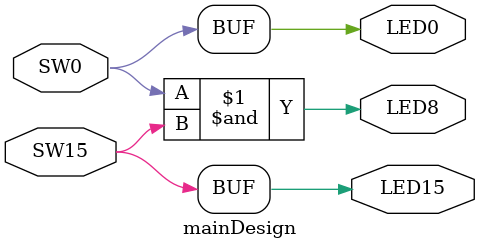
<source format=sv>
`timescale 1ns / 1ps


module mainDesign(
    input logic SW0,
    output logic LED0,
    input logic SW15,
    output logic LED15,
    output logic LED8
    );   
    assign LED0 = SW0;
    assign LED15 = SW15;
    assign LED8 = (SW0 & SW15);
endmodule

</source>
